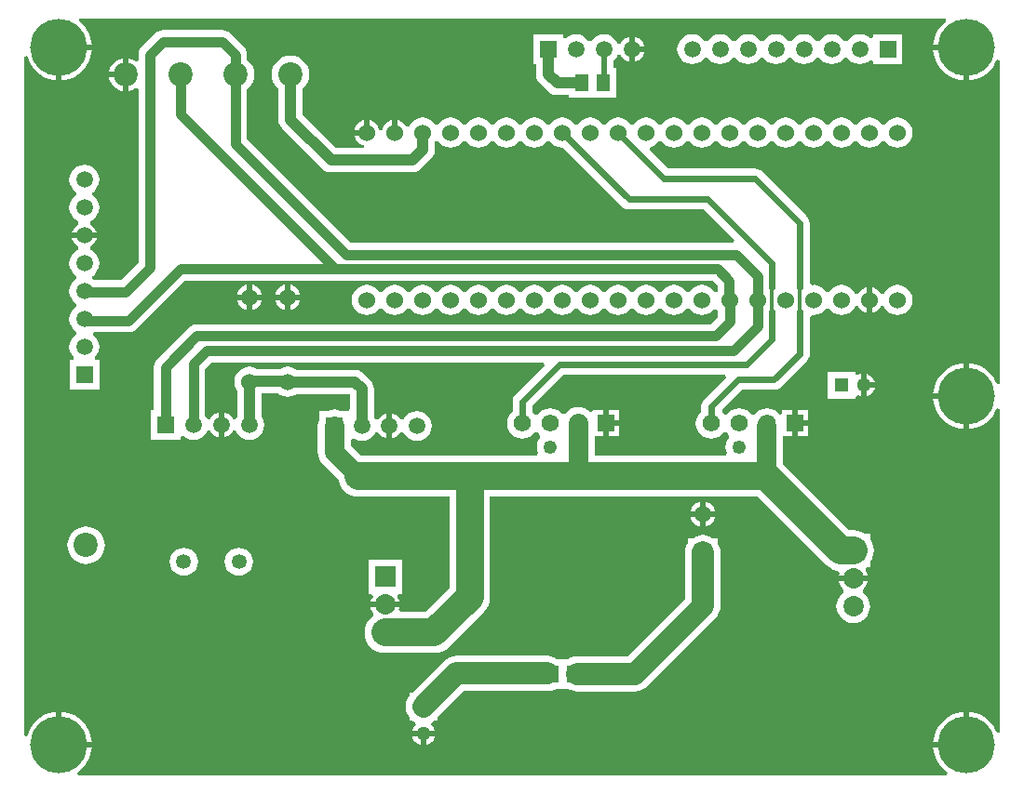
<source format=gbl>
G04*
G04 #@! TF.GenerationSoftware,Altium Limited,Altium Designer,19.1.8 (144)*
G04*
G04 Layer_Physical_Order=2*
G04 Layer_Color=16711680*
%FSLAX24Y24*%
%MOIN*%
G70*
G01*
G75*
%ADD17C,0.0197*%
%ADD19C,0.0236*%
%ADD22R,0.0512X0.0591*%
%ADD51C,0.0618*%
%ADD52R,0.0618X0.0618*%
%ADD53C,0.0492*%
%ADD54C,0.0984*%
%ADD55C,0.0787*%
%ADD58C,0.0118*%
%ADD59C,0.0394*%
%ADD62C,0.0732*%
%ADD63R,0.0732X0.0732*%
%ADD64R,0.0591X0.0591*%
%ADD65C,0.0591*%
%ADD66R,0.0591X0.0591*%
%ADD67R,0.0512X0.0512*%
%ADD68C,0.0512*%
%ADD69C,0.0394*%
%ADD70C,0.0531*%
%ADD71C,0.2047*%
%ADD72C,0.0866*%
%ADD73C,0.0600*%
%ADD74R,0.0512X0.0512*%
%ADD75C,0.0709*%
%ADD76C,0.0354*%
G36*
X43085Y37065D02*
X42961Y36960D01*
X42841Y36818D01*
X42744Y36660D01*
X42672Y36488D01*
X42629Y36307D01*
X42622Y36220D01*
X43799D01*
Y36122D01*
X43898D01*
Y34945D01*
X43985Y34952D01*
X44165Y34995D01*
X44337Y35066D01*
X44496Y35164D01*
X44637Y35284D01*
X44758Y35426D01*
X44855Y35584D01*
X44900Y35693D01*
X45000Y35673D01*
X45000Y24071D01*
X44900Y24051D01*
X44855Y24160D01*
X44758Y24318D01*
X44637Y24460D01*
X44496Y24581D01*
X44337Y24678D01*
X44165Y24749D01*
X43985Y24792D01*
X43898Y24799D01*
Y23622D01*
Y22445D01*
X43985Y22452D01*
X44165Y22495D01*
X44337Y22566D01*
X44496Y22664D01*
X44637Y22784D01*
X44758Y22926D01*
X44855Y23084D01*
X44900Y23193D01*
X45000Y23173D01*
X45000Y11571D01*
X44900Y11551D01*
X44855Y11660D01*
X44758Y11818D01*
X44637Y11960D01*
X44496Y12081D01*
X44337Y12178D01*
X44165Y12249D01*
X43985Y12292D01*
X43898Y12299D01*
Y11122D01*
X43799D01*
Y11024D01*
X42622D01*
X42629Y10937D01*
X42672Y10756D01*
X42744Y10584D01*
X42841Y10426D01*
X42961Y10284D01*
X43103Y10164D01*
X43142Y10139D01*
X43114Y10039D01*
X12004Y10039D01*
X11976Y10139D01*
X12015Y10164D01*
X12157Y10284D01*
X12277Y10426D01*
X12375Y10584D01*
X12446Y10756D01*
X12489Y10937D01*
X12496Y11024D01*
X11319D01*
Y11122D01*
X11220D01*
Y12299D01*
X11134Y12292D01*
X10953Y12249D01*
X10781Y12178D01*
X10623Y12081D01*
X10481Y11960D01*
X10360Y11818D01*
X10263Y11660D01*
X10192Y11488D01*
X10179Y11432D01*
X10079Y11444D01*
X10079Y35800D01*
X10179Y35812D01*
X10192Y35756D01*
X10263Y35584D01*
X10360Y35426D01*
X10481Y35284D01*
X10623Y35164D01*
X10781Y35066D01*
X10953Y34995D01*
X11134Y34952D01*
X11220Y34945D01*
Y36122D01*
X11319D01*
Y36220D01*
X12496D01*
X12489Y36307D01*
X12446Y36488D01*
X12375Y36660D01*
X12277Y36818D01*
X12157Y36960D01*
X12033Y37065D01*
X12053Y37165D01*
X43065Y37165D01*
X43085Y37065D01*
D02*
G37*
%LPC*%
G36*
X17165Y36746D02*
X17165Y36746D01*
X15043D01*
X15043Y36746D01*
X14935Y36731D01*
X14835Y36690D01*
X14749Y36624D01*
X14749Y36624D01*
X14282Y36157D01*
X14216Y36071D01*
X14174Y35970D01*
X14160Y35862D01*
X14160Y35862D01*
Y35674D01*
X14060Y35627D01*
X14030Y35651D01*
X13928Y35706D01*
X13817Y35739D01*
X13799Y35741D01*
Y35157D01*
Y34574D01*
X13817Y34575D01*
X13928Y34609D01*
X14030Y34664D01*
X14060Y34688D01*
X14160Y34641D01*
Y28401D01*
X13548Y27789D01*
X12567D01*
X12524Y27822D01*
X12516Y27846D01*
Y27918D01*
X12524Y27942D01*
X12603Y28003D01*
X12689Y28114D01*
X12742Y28243D01*
X12760Y28382D01*
X12742Y28521D01*
X12689Y28650D01*
X12603Y28761D01*
X12492Y28846D01*
X12434Y28870D01*
X12434Y28979D01*
X12453Y28986D01*
X12547Y29059D01*
X12620Y29154D01*
X12666Y29264D01*
X12668Y29283D01*
X12224D01*
X11781D01*
X11783Y29264D01*
X11829Y29154D01*
X11902Y29059D01*
X11996Y28986D01*
X12015Y28979D01*
X12015Y28870D01*
X11956Y28846D01*
X11845Y28761D01*
X11760Y28650D01*
X11707Y28521D01*
X11688Y28382D01*
X11707Y28243D01*
X11760Y28114D01*
X11845Y28003D01*
X11925Y27942D01*
X11933Y27918D01*
Y27846D01*
X11925Y27822D01*
X11845Y27761D01*
X11760Y27650D01*
X11707Y27521D01*
X11688Y27382D01*
X11707Y27243D01*
X11760Y27114D01*
X11845Y27003D01*
X11925Y26941D01*
X11933Y26918D01*
Y26846D01*
X11925Y26822D01*
X11845Y26761D01*
X11760Y26650D01*
X11707Y26521D01*
X11688Y26382D01*
X11707Y26243D01*
X11760Y26114D01*
X11845Y26003D01*
X11925Y25942D01*
X11933Y25918D01*
Y25846D01*
X11925Y25822D01*
X11845Y25761D01*
X11760Y25650D01*
X11707Y25521D01*
X11688Y25382D01*
X11707Y25243D01*
X11760Y25114D01*
X11837Y25013D01*
X11828Y24970D01*
X11798Y24913D01*
X11693D01*
Y23850D01*
X12756D01*
Y24913D01*
X12651D01*
X12621Y24970D01*
X12612Y25013D01*
X12689Y25114D01*
X12742Y25243D01*
X12760Y25382D01*
X12742Y25521D01*
X12689Y25650D01*
X12603Y25761D01*
X12524Y25822D01*
X12558Y25922D01*
X13809D01*
X13809Y25922D01*
X13917Y25936D01*
X14018Y25977D01*
X14104Y26044D01*
X15832Y27772D01*
X34719D01*
X34898Y27593D01*
Y27378D01*
X34886Y27373D01*
X34794D01*
X34778Y27379D01*
X34721Y27453D01*
X34609Y27539D01*
X34479Y27593D01*
X34339Y27612D01*
X34199Y27593D01*
X34068Y27539D01*
X33956Y27453D01*
X33899Y27379D01*
X33883Y27373D01*
X33794D01*
X33778Y27379D01*
X33721Y27453D01*
X33609Y27539D01*
X33479Y27593D01*
X33339Y27612D01*
X33199Y27593D01*
X33068Y27539D01*
X32956Y27453D01*
X32899Y27379D01*
X32883Y27373D01*
X32794D01*
X32778Y27379D01*
X32721Y27453D01*
X32609Y27539D01*
X32479Y27593D01*
X32339Y27612D01*
X32199Y27593D01*
X32068Y27539D01*
X31956Y27453D01*
X31899Y27379D01*
X31883Y27373D01*
X31794D01*
X31778Y27379D01*
X31721Y27453D01*
X31609Y27539D01*
X31479Y27593D01*
X31339Y27612D01*
X31199Y27593D01*
X31068Y27539D01*
X30956Y27453D01*
X30899Y27379D01*
X30883Y27373D01*
X30794D01*
X30778Y27379D01*
X30721Y27453D01*
X30609Y27539D01*
X30479Y27593D01*
X30339Y27612D01*
X30199Y27593D01*
X30068Y27539D01*
X29956Y27453D01*
X29899Y27379D01*
X29883Y27373D01*
X29794D01*
X29778Y27379D01*
X29721Y27453D01*
X29609Y27539D01*
X29479Y27593D01*
X29339Y27612D01*
X29199Y27593D01*
X29068Y27539D01*
X28956Y27453D01*
X28899Y27379D01*
X28883Y27373D01*
X28794D01*
X28778Y27379D01*
X28721Y27453D01*
X28609Y27539D01*
X28479Y27593D01*
X28339Y27612D01*
X28199Y27593D01*
X28068Y27539D01*
X27956Y27453D01*
X27899Y27379D01*
X27883Y27373D01*
X27794D01*
X27778Y27379D01*
X27721Y27453D01*
X27609Y27539D01*
X27479Y27593D01*
X27339Y27612D01*
X27199Y27593D01*
X27068Y27539D01*
X26956Y27453D01*
X26899Y27379D01*
X26883Y27373D01*
X26794D01*
X26778Y27379D01*
X26721Y27453D01*
X26609Y27539D01*
X26479Y27593D01*
X26339Y27612D01*
X26199Y27593D01*
X26068Y27539D01*
X25956Y27453D01*
X25899Y27379D01*
X25883Y27373D01*
X25794D01*
X25778Y27379D01*
X25721Y27453D01*
X25609Y27539D01*
X25479Y27593D01*
X25339Y27612D01*
X25199Y27593D01*
X25068Y27539D01*
X24956Y27453D01*
X24899Y27379D01*
X24883Y27373D01*
X24794D01*
X24778Y27379D01*
X24721Y27453D01*
X24609Y27539D01*
X24479Y27593D01*
X24339Y27612D01*
X24199Y27593D01*
X24068Y27539D01*
X23956Y27453D01*
X23899Y27379D01*
X23883Y27373D01*
X23794D01*
X23778Y27379D01*
X23721Y27453D01*
X23609Y27539D01*
X23479Y27593D01*
X23339Y27612D01*
X23199Y27593D01*
X23068Y27539D01*
X22956Y27453D01*
X22899Y27379D01*
X22883Y27373D01*
X22794D01*
X22778Y27379D01*
X22721Y27453D01*
X22609Y27539D01*
X22479Y27593D01*
X22339Y27612D01*
X22199Y27593D01*
X22068Y27539D01*
X21956Y27453D01*
X21870Y27341D01*
X21816Y27211D01*
X21798Y27071D01*
X21816Y26931D01*
X21870Y26800D01*
X21956Y26688D01*
X22068Y26602D01*
X22199Y26548D01*
X22339Y26530D01*
X22479Y26548D01*
X22609Y26602D01*
X22721Y26688D01*
X22778Y26762D01*
X22794Y26769D01*
X22883D01*
X22899Y26762D01*
X22956Y26688D01*
X23068Y26602D01*
X23199Y26548D01*
X23339Y26530D01*
X23479Y26548D01*
X23609Y26602D01*
X23721Y26688D01*
X23778Y26762D01*
X23794Y26769D01*
X23883D01*
X23899Y26762D01*
X23956Y26688D01*
X24068Y26602D01*
X24199Y26548D01*
X24339Y26530D01*
X24479Y26548D01*
X24609Y26602D01*
X24721Y26688D01*
X24778Y26762D01*
X24794Y26769D01*
X24883D01*
X24899Y26762D01*
X24956Y26688D01*
X25068Y26602D01*
X25199Y26548D01*
X25339Y26530D01*
X25479Y26548D01*
X25609Y26602D01*
X25721Y26688D01*
X25778Y26762D01*
X25794Y26769D01*
X25883D01*
X25899Y26762D01*
X25956Y26688D01*
X26068Y26602D01*
X26199Y26548D01*
X26339Y26530D01*
X26479Y26548D01*
X26609Y26602D01*
X26721Y26688D01*
X26778Y26762D01*
X26794Y26769D01*
X26883D01*
X26899Y26762D01*
X26956Y26688D01*
X27068Y26602D01*
X27199Y26548D01*
X27339Y26530D01*
X27479Y26548D01*
X27609Y26602D01*
X27721Y26688D01*
X27778Y26762D01*
X27794Y26769D01*
X27883D01*
X27899Y26762D01*
X27956Y26688D01*
X28068Y26602D01*
X28199Y26548D01*
X28339Y26530D01*
X28479Y26548D01*
X28609Y26602D01*
X28721Y26688D01*
X28778Y26762D01*
X28794Y26769D01*
X28883D01*
X28899Y26762D01*
X28956Y26688D01*
X29068Y26602D01*
X29199Y26548D01*
X29339Y26530D01*
X29479Y26548D01*
X29609Y26602D01*
X29721Y26688D01*
X29778Y26762D01*
X29794Y26769D01*
X29883D01*
X29899Y26762D01*
X29956Y26688D01*
X30068Y26602D01*
X30199Y26548D01*
X30339Y26530D01*
X30479Y26548D01*
X30609Y26602D01*
X30721Y26688D01*
X30778Y26762D01*
X30794Y26769D01*
X30883D01*
X30899Y26762D01*
X30956Y26688D01*
X31068Y26602D01*
X31199Y26548D01*
X31339Y26530D01*
X31479Y26548D01*
X31609Y26602D01*
X31721Y26688D01*
X31778Y26762D01*
X31794Y26769D01*
X31883D01*
X31899Y26762D01*
X31956Y26688D01*
X32068Y26602D01*
X32199Y26548D01*
X32339Y26530D01*
X32479Y26548D01*
X32609Y26602D01*
X32721Y26688D01*
X32778Y26762D01*
X32794Y26769D01*
X32883D01*
X32899Y26762D01*
X32956Y26688D01*
X33068Y26602D01*
X33199Y26548D01*
X33339Y26530D01*
X33479Y26548D01*
X33609Y26602D01*
X33721Y26688D01*
X33778Y26762D01*
X33794Y26769D01*
X33883D01*
X33899Y26762D01*
X33956Y26688D01*
X34068Y26602D01*
X34199Y26548D01*
X34339Y26530D01*
X34479Y26548D01*
X34609Y26602D01*
X34721Y26688D01*
X34753Y26730D01*
X34867Y26739D01*
X34922Y26685D01*
Y26456D01*
X34660Y26195D01*
X16250D01*
X16250Y26195D01*
X16142Y26180D01*
X16042Y26139D01*
X15955Y26072D01*
X15955Y26072D01*
X14841Y24958D01*
X14775Y24872D01*
X14733Y24771D01*
X14719Y24663D01*
X14719Y24663D01*
Y23120D01*
X14604D01*
Y22057D01*
X15667D01*
Y22162D01*
X15724Y22192D01*
X15767Y22201D01*
X15868Y22124D01*
X15997Y22071D01*
X16136Y22053D01*
X16275Y22071D01*
X16404Y22124D01*
X16515Y22210D01*
X16600Y22321D01*
X16624Y22379D01*
X16733D01*
X16740Y22360D01*
X16813Y22266D01*
X16908Y22193D01*
X17018Y22147D01*
X17037Y22145D01*
Y22589D01*
Y23032D01*
X17018Y23030D01*
X16908Y22984D01*
X16813Y22911D01*
X16740Y22817D01*
X16733Y22798D01*
X16624D01*
X16600Y22857D01*
X16553Y22918D01*
Y24605D01*
X16782Y24834D01*
X28676D01*
X28715Y24742D01*
X27661Y23688D01*
X27604Y23614D01*
X27568Y23528D01*
X27556Y23435D01*
Y23062D01*
X27521Y23035D01*
X27433Y22921D01*
X27378Y22788D01*
X27359Y22646D01*
X27378Y22503D01*
X27433Y22371D01*
X27521Y22257D01*
X27634Y22169D01*
X27767Y22114D01*
X27909Y22096D01*
X28052Y22114D01*
X28184Y22169D01*
X28298Y22257D01*
X28350Y22324D01*
X28351Y22324D01*
X28468D01*
X28469Y22324D01*
X28521Y22257D01*
X28548Y22236D01*
X28545Y22112D01*
X28488Y22039D01*
X28440Y21921D01*
X28423Y21795D01*
X28440Y21669D01*
X28477Y21580D01*
X28430Y21480D01*
X22155D01*
X21775Y21860D01*
Y22063D01*
X21875Y22112D01*
X21897Y22095D01*
X22027Y22041D01*
X22165Y22023D01*
X22304Y22041D01*
X22433Y22095D01*
X22544Y22180D01*
X22630Y22291D01*
X22646Y22331D01*
X22754Y22331D01*
X22827Y22236D01*
X22921Y22164D01*
X23031Y22118D01*
X23051Y22115D01*
Y22559D01*
Y23003D01*
X23031Y23000D01*
X22921Y22955D01*
X22827Y22882D01*
X22754Y22787D01*
X22646Y22788D01*
X22630Y22827D01*
X22602Y22863D01*
Y23878D01*
X22587Y23991D01*
X22544Y24096D01*
X22474Y24187D01*
X22228Y24433D01*
X22138Y24502D01*
X22032Y24546D01*
X21919Y24561D01*
X19843D01*
X19778Y24610D01*
X19648Y24664D01*
X19508Y24683D01*
X19368Y24664D01*
X19237Y24610D01*
X19209Y24588D01*
X18439D01*
X18410Y24610D01*
X18280Y24664D01*
X18140Y24683D01*
X18000Y24664D01*
X17869Y24610D01*
X17757Y24524D01*
X17671Y24412D01*
X17617Y24282D01*
X17599Y24142D01*
X17617Y24002D01*
X17671Y23871D01*
X17701Y23833D01*
Y22895D01*
X17672Y22857D01*
X17647Y22798D01*
X17539D01*
X17531Y22817D01*
X17459Y22911D01*
X17364Y22984D01*
X17254Y23030D01*
X17234Y23032D01*
Y22589D01*
Y22145D01*
X17254Y22147D01*
X17364Y22193D01*
X17459Y22266D01*
X17531Y22360D01*
X17539Y22379D01*
X17647D01*
X17672Y22321D01*
X17757Y22210D01*
X17868Y22124D01*
X17997Y22071D01*
X18136Y22053D01*
X18275Y22071D01*
X18404Y22124D01*
X18515Y22210D01*
X18600Y22321D01*
X18654Y22450D01*
X18672Y22589D01*
X18654Y22727D01*
X18600Y22857D01*
X18575Y22890D01*
Y23715D01*
X19183D01*
X19237Y23673D01*
X19368Y23619D01*
X19508Y23601D01*
X19648Y23619D01*
X19778Y23673D01*
X19796Y23687D01*
X21729D01*
Y23184D01*
X21713Y23091D01*
X21440D01*
X21408Y23107D01*
X21297Y23141D01*
X21181Y23152D01*
X21065Y23141D01*
X20954Y23107D01*
X20923Y23091D01*
X20650D01*
Y22817D01*
X20633Y22786D01*
X20599Y22675D01*
X20588Y22559D01*
Y21614D01*
X20599Y21498D01*
X20633Y21387D01*
X20688Y21284D01*
X20761Y21195D01*
X21327Y20629D01*
X21329Y20605D01*
X21371Y20468D01*
X21439Y20341D01*
X21530Y20231D01*
X21641Y20140D01*
X21767Y20072D01*
X21904Y20030D01*
X22047Y20016D01*
X25292D01*
Y16720D01*
X24449Y15878D01*
X23556D01*
X23489Y15978D01*
X23502Y16009D01*
X23507Y16047D01*
X22992D01*
X22477D01*
X22482Y16009D01*
X22535Y15882D01*
X22557Y15852D01*
X22586Y15754D01*
X22543Y15719D01*
X22475Y15663D01*
X22384Y15552D01*
X22316Y15426D01*
X22274Y15288D01*
X22260Y15146D01*
X22274Y15003D01*
X22316Y14866D01*
X22384Y14739D01*
X22475Y14628D01*
X22586Y14537D01*
X22712Y14470D01*
X22849Y14428D01*
X22992Y14414D01*
X24752D01*
X24895Y14428D01*
X25032Y14470D01*
X25159Y14537D01*
X25269Y14628D01*
X26541Y15900D01*
X26632Y16011D01*
X26700Y16137D01*
X26741Y16275D01*
X26755Y16417D01*
Y20016D01*
X36350D01*
X38797Y17569D01*
X38908Y17478D01*
X39035Y17410D01*
X39172Y17369D01*
X39201Y17366D01*
X39265Y17259D01*
X39250Y17223D01*
X39245Y17185D01*
X39760D01*
X40275D01*
X40270Y17223D01*
X40217Y17351D01*
X40195Y17380D01*
X40193Y17387D01*
X40241Y17484D01*
X40362D01*
Y17672D01*
X40368Y17680D01*
X40436Y17807D01*
X40478Y17944D01*
X40492Y18087D01*
X40478Y18229D01*
X40436Y18367D01*
X40368Y18493D01*
X40362Y18501D01*
Y18689D01*
X40174D01*
X40166Y18695D01*
X40040Y18763D01*
X39903Y18804D01*
X39760Y18818D01*
X39618D01*
X37247Y21190D01*
Y22179D01*
X37571D01*
Y22646D01*
Y23112D01*
X37203D01*
Y23010D01*
X37103Y22976D01*
X37058Y23035D01*
X36944Y23122D01*
X36812Y23177D01*
X36669Y23196D01*
X36527Y23177D01*
X36394Y23122D01*
X36280Y23035D01*
X36239Y22981D01*
X36234Y22977D01*
X36228Y22970D01*
X36104Y22975D01*
X36058Y23035D01*
X35944Y23122D01*
X35812Y23177D01*
X35669Y23196D01*
X35527Y23177D01*
X35394Y23122D01*
X35280Y23035D01*
X35229Y22968D01*
X35228Y22967D01*
X35128D01*
X35059Y23046D01*
X35066Y23144D01*
X35778Y23855D01*
X36915D01*
X37007Y23867D01*
X37094Y23903D01*
X37168Y23960D01*
X38097Y24889D01*
X38154Y24963D01*
X38190Y25050D01*
X38202Y25142D01*
Y26472D01*
X38277Y26538D01*
X38339Y26530D01*
X38479Y26548D01*
X38609Y26602D01*
X38721Y26688D01*
X38778Y26762D01*
X38794Y26769D01*
X38883D01*
X38899Y26762D01*
X38956Y26688D01*
X39068Y26602D01*
X39199Y26548D01*
X39339Y26530D01*
X39479Y26548D01*
X39609Y26602D01*
X39721Y26688D01*
X39807Y26800D01*
X39827Y26849D01*
X39935Y26849D01*
X39939Y26840D01*
X40012Y26745D01*
X40108Y26671D01*
X40219Y26625D01*
X40240Y26622D01*
Y27071D01*
Y27519D01*
X40219Y27517D01*
X40108Y27470D01*
X40012Y27397D01*
X39939Y27302D01*
X39935Y27293D01*
X39827Y27293D01*
X39807Y27341D01*
X39721Y27453D01*
X39609Y27539D01*
X39479Y27593D01*
X39339Y27612D01*
X39199Y27593D01*
X39068Y27539D01*
X38956Y27453D01*
X38899Y27379D01*
X38883Y27373D01*
X38794D01*
X38778Y27379D01*
X38721Y27453D01*
X38609Y27539D01*
X38479Y27593D01*
X38339Y27612D01*
X38292Y27606D01*
X38192Y27693D01*
Y29843D01*
X38192Y29843D01*
X38180Y29935D01*
X38144Y30021D01*
X38087Y30095D01*
X36500Y31683D01*
X36426Y31740D01*
X36339Y31775D01*
X36247Y31788D01*
X33127D01*
X32459Y32456D01*
X32499Y32557D01*
X32609Y32602D01*
X32721Y32688D01*
X32778Y32762D01*
X32794Y32769D01*
X32883D01*
X32899Y32762D01*
X32956Y32688D01*
X33068Y32602D01*
X33199Y32548D01*
X33339Y32530D01*
X33479Y32548D01*
X33609Y32602D01*
X33721Y32688D01*
X33778Y32762D01*
X33794Y32769D01*
X33883D01*
X33899Y32762D01*
X33956Y32688D01*
X34068Y32602D01*
X34199Y32548D01*
X34339Y32530D01*
X34479Y32548D01*
X34609Y32602D01*
X34721Y32688D01*
X34778Y32762D01*
X34794Y32769D01*
X34883D01*
X34899Y32762D01*
X34956Y32688D01*
X35068Y32602D01*
X35199Y32548D01*
X35339Y32530D01*
X35479Y32548D01*
X35609Y32602D01*
X35721Y32688D01*
X35778Y32762D01*
X35794Y32769D01*
X35883D01*
X35899Y32762D01*
X35956Y32688D01*
X36068Y32602D01*
X36199Y32548D01*
X36339Y32530D01*
X36479Y32548D01*
X36609Y32602D01*
X36721Y32688D01*
X36778Y32762D01*
X36794Y32769D01*
X36883D01*
X36899Y32762D01*
X36956Y32688D01*
X37068Y32602D01*
X37199Y32548D01*
X37339Y32530D01*
X37479Y32548D01*
X37609Y32602D01*
X37721Y32688D01*
X37778Y32762D01*
X37794Y32769D01*
X37883D01*
X37899Y32762D01*
X37956Y32688D01*
X38068Y32602D01*
X38199Y32548D01*
X38339Y32530D01*
X38479Y32548D01*
X38609Y32602D01*
X38721Y32688D01*
X38778Y32762D01*
X38794Y32769D01*
X38883D01*
X38899Y32762D01*
X38956Y32688D01*
X39068Y32602D01*
X39199Y32548D01*
X39339Y32530D01*
X39479Y32548D01*
X39609Y32602D01*
X39721Y32688D01*
X39778Y32762D01*
X39794Y32769D01*
X39883D01*
X39899Y32762D01*
X39956Y32688D01*
X40068Y32602D01*
X40199Y32548D01*
X40339Y32530D01*
X40479Y32548D01*
X40609Y32602D01*
X40721Y32688D01*
X40778Y32762D01*
X40794Y32769D01*
X40883D01*
X40899Y32762D01*
X40956Y32688D01*
X41068Y32602D01*
X41199Y32548D01*
X41339Y32530D01*
X41479Y32548D01*
X41609Y32602D01*
X41721Y32688D01*
X41807Y32800D01*
X41861Y32931D01*
X41879Y33071D01*
X41861Y33211D01*
X41807Y33341D01*
X41721Y33453D01*
X41609Y33539D01*
X41479Y33593D01*
X41339Y33612D01*
X41199Y33593D01*
X41068Y33539D01*
X40956Y33453D01*
X40899Y33379D01*
X40883Y33373D01*
X40794D01*
X40778Y33379D01*
X40721Y33453D01*
X40609Y33539D01*
X40479Y33593D01*
X40339Y33612D01*
X40199Y33593D01*
X40068Y33539D01*
X39956Y33453D01*
X39899Y33379D01*
X39883Y33373D01*
X39794D01*
X39778Y33379D01*
X39721Y33453D01*
X39609Y33539D01*
X39479Y33593D01*
X39339Y33612D01*
X39199Y33593D01*
X39068Y33539D01*
X38956Y33453D01*
X38899Y33379D01*
X38883Y33373D01*
X38794D01*
X38778Y33379D01*
X38721Y33453D01*
X38609Y33539D01*
X38479Y33593D01*
X38339Y33612D01*
X38199Y33593D01*
X38068Y33539D01*
X37956Y33453D01*
X37899Y33379D01*
X37883Y33373D01*
X37794D01*
X37778Y33379D01*
X37721Y33453D01*
X37609Y33539D01*
X37479Y33593D01*
X37339Y33612D01*
X37199Y33593D01*
X37068Y33539D01*
X36956Y33453D01*
X36899Y33379D01*
X36883Y33373D01*
X36794D01*
X36778Y33379D01*
X36721Y33453D01*
X36609Y33539D01*
X36479Y33593D01*
X36339Y33612D01*
X36199Y33593D01*
X36068Y33539D01*
X35956Y33453D01*
X35899Y33379D01*
X35883Y33373D01*
X35794D01*
X35778Y33379D01*
X35721Y33453D01*
X35609Y33539D01*
X35479Y33593D01*
X35339Y33612D01*
X35199Y33593D01*
X35068Y33539D01*
X34956Y33453D01*
X34899Y33379D01*
X34883Y33373D01*
X34794D01*
X34778Y33379D01*
X34721Y33453D01*
X34609Y33539D01*
X34479Y33593D01*
X34339Y33612D01*
X34199Y33593D01*
X34068Y33539D01*
X33956Y33453D01*
X33899Y33379D01*
X33883Y33373D01*
X33794D01*
X33778Y33379D01*
X33721Y33453D01*
X33609Y33539D01*
X33479Y33593D01*
X33339Y33612D01*
X33199Y33593D01*
X33068Y33539D01*
X32956Y33453D01*
X32899Y33379D01*
X32883Y33373D01*
X32794D01*
X32778Y33379D01*
X32721Y33453D01*
X32609Y33539D01*
X32479Y33593D01*
X32339Y33612D01*
X32199Y33593D01*
X32068Y33539D01*
X31956Y33453D01*
X31899Y33379D01*
X31883Y33373D01*
X31794D01*
X31778Y33379D01*
X31721Y33453D01*
X31609Y33539D01*
X31479Y33593D01*
X31339Y33612D01*
X31199Y33593D01*
X31068Y33539D01*
X30956Y33453D01*
X30899Y33379D01*
X30883Y33373D01*
X30794D01*
X30778Y33379D01*
X30721Y33453D01*
X30609Y33539D01*
X30479Y33593D01*
X30339Y33612D01*
X30199Y33593D01*
X30068Y33539D01*
X29956Y33453D01*
X29899Y33379D01*
X29883Y33373D01*
X29794D01*
X29778Y33379D01*
X29721Y33453D01*
X29609Y33539D01*
X29479Y33593D01*
X29339Y33612D01*
X29199Y33593D01*
X29068Y33539D01*
X28956Y33453D01*
X28899Y33379D01*
X28883Y33373D01*
X28794D01*
X28778Y33379D01*
X28721Y33453D01*
X28609Y33539D01*
X28479Y33593D01*
X28339Y33612D01*
X28199Y33593D01*
X28068Y33539D01*
X27956Y33453D01*
X27899Y33379D01*
X27883Y33373D01*
X27794D01*
X27778Y33379D01*
X27721Y33453D01*
X27609Y33539D01*
X27479Y33593D01*
X27339Y33612D01*
X27199Y33593D01*
X27068Y33539D01*
X26956Y33453D01*
X26899Y33379D01*
X26883Y33373D01*
X26794D01*
X26778Y33379D01*
X26721Y33453D01*
X26609Y33539D01*
X26479Y33593D01*
X26339Y33612D01*
X26199Y33593D01*
X26068Y33539D01*
X25956Y33453D01*
X25899Y33379D01*
X25883Y33373D01*
X25794D01*
X25778Y33379D01*
X25721Y33453D01*
X25609Y33539D01*
X25479Y33593D01*
X25339Y33612D01*
X25199Y33593D01*
X25068Y33539D01*
X24956Y33453D01*
X24899Y33379D01*
X24883Y33373D01*
X24794D01*
X24778Y33379D01*
X24721Y33453D01*
X24609Y33539D01*
X24479Y33593D01*
X24339Y33612D01*
X24199Y33593D01*
X24068Y33539D01*
X23956Y33453D01*
X23870Y33341D01*
X23850Y33293D01*
X23742Y33293D01*
X23738Y33302D01*
X23665Y33397D01*
X23569Y33470D01*
X23458Y33517D01*
X23437Y33519D01*
Y33071D01*
X23240D01*
Y33519D01*
X23219Y33517D01*
X23108Y33470D01*
X23012Y33397D01*
X22939Y33302D01*
X22893Y33190D01*
X22889Y33161D01*
X22788D01*
X22784Y33190D01*
X22738Y33302D01*
X22665Y33397D01*
X22569Y33470D01*
X22458Y33517D01*
X22437Y33519D01*
Y33071D01*
X22339D01*
Y32972D01*
X21890D01*
X21893Y32951D01*
X21939Y32840D01*
X22012Y32745D01*
X22108Y32671D01*
X22219Y32625D01*
X22232Y32623D01*
X22226Y32523D01*
X21244D01*
X20043Y33724D01*
Y34650D01*
X20082Y34682D01*
X20165Y34784D01*
X20228Y34900D01*
X20266Y35026D01*
X20279Y35157D01*
X20266Y35289D01*
X20228Y35415D01*
X20165Y35531D01*
X20082Y35633D01*
X19980Y35717D01*
X19864Y35779D01*
X19737Y35817D01*
X19606Y35830D01*
X19475Y35817D01*
X19349Y35779D01*
X19233Y35717D01*
X19131Y35633D01*
X19047Y35531D01*
X18985Y35415D01*
X18947Y35289D01*
X18934Y35157D01*
X18947Y35026D01*
X18985Y34900D01*
X19047Y34784D01*
X19131Y34682D01*
X19169Y34650D01*
Y33543D01*
X19184Y33430D01*
X19228Y33325D01*
X19297Y33234D01*
X20754Y31778D01*
X20845Y31708D01*
X20950Y31665D01*
X21063Y31650D01*
X23976D01*
X24089Y31665D01*
X24195Y31708D01*
X24285Y31778D01*
X24647Y32140D01*
X24717Y32230D01*
X24761Y32336D01*
X24775Y32449D01*
Y32759D01*
X24778Y32762D01*
X24794Y32769D01*
X24883D01*
X24899Y32762D01*
X24956Y32688D01*
X25068Y32602D01*
X25199Y32548D01*
X25339Y32530D01*
X25479Y32548D01*
X25609Y32602D01*
X25721Y32688D01*
X25778Y32762D01*
X25794Y32769D01*
X25883D01*
X25899Y32762D01*
X25956Y32688D01*
X26068Y32602D01*
X26199Y32548D01*
X26339Y32530D01*
X26479Y32548D01*
X26609Y32602D01*
X26721Y32688D01*
X26778Y32762D01*
X26794Y32769D01*
X26883D01*
X26899Y32762D01*
X26956Y32688D01*
X27068Y32602D01*
X27199Y32548D01*
X27339Y32530D01*
X27479Y32548D01*
X27609Y32602D01*
X27721Y32688D01*
X27778Y32762D01*
X27794Y32769D01*
X27883D01*
X27899Y32762D01*
X27956Y32688D01*
X28068Y32602D01*
X28199Y32548D01*
X28339Y32530D01*
X28479Y32548D01*
X28609Y32602D01*
X28721Y32688D01*
X28778Y32762D01*
X28794Y32769D01*
X28883D01*
X28899Y32762D01*
X28956Y32688D01*
X29068Y32602D01*
X29199Y32548D01*
X29339Y32530D01*
X29370Y32534D01*
X31474Y30430D01*
X31549Y30373D01*
X31635Y30337D01*
X31727Y30325D01*
X34406D01*
X35513Y29218D01*
X35472Y29118D01*
X21787D01*
X18334Y32570D01*
X18334Y32570D01*
X18055Y32850D01*
Y34634D01*
X18113Y34682D01*
X18197Y34784D01*
X18259Y34900D01*
X18297Y35026D01*
X18310Y35157D01*
X18297Y35289D01*
X18259Y35415D01*
X18197Y35531D01*
X18113Y35633D01*
X18055Y35681D01*
Y35856D01*
X18041Y35964D01*
X17999Y36065D01*
X17933Y36151D01*
X17933Y36151D01*
X17460Y36624D01*
X17374Y36690D01*
X17273Y36731D01*
X17165Y36746D01*
D02*
G37*
G36*
X30833Y36599D02*
X30694Y36581D01*
X30565Y36527D01*
X30454Y36442D01*
X30392Y36362D01*
X30368Y36354D01*
X30297D01*
X30273Y36362D01*
X30212Y36442D01*
X30101Y36527D01*
X29971Y36581D01*
X29833Y36599D01*
X29694Y36581D01*
X29565Y36527D01*
X29464Y36450D01*
X29421Y36460D01*
X29364Y36490D01*
Y36594D01*
X28301D01*
Y35531D01*
X28396D01*
Y35177D01*
X28411Y35064D01*
X28454Y34959D01*
X28524Y34868D01*
X28849Y34543D01*
X28939Y34474D01*
X29044Y34430D01*
X29157Y34416D01*
X29557D01*
Y34321D01*
X31289D01*
Y35384D01*
X31170D01*
Y35652D01*
X31212Y35684D01*
X31297Y35795D01*
X31321Y35853D01*
X31429Y35853D01*
X31437Y35835D01*
X31510Y35740D01*
X31604Y35668D01*
X31714Y35622D01*
X31734Y35619D01*
Y36063D01*
Y36507D01*
X31714Y36504D01*
X31604Y36458D01*
X31510Y36386D01*
X31437Y36291D01*
X31429Y36273D01*
X31321Y36273D01*
X31297Y36331D01*
X31212Y36442D01*
X31101Y36527D01*
X30971Y36581D01*
X30833Y36599D01*
D02*
G37*
G36*
X39990Y36599D02*
X39851Y36581D01*
X39722Y36527D01*
X39611Y36442D01*
X39550Y36362D01*
X39526Y36354D01*
X39454D01*
X39431Y36362D01*
X39369Y36442D01*
X39258Y36527D01*
X39129Y36581D01*
X38990Y36599D01*
X38851Y36581D01*
X38722Y36527D01*
X38611Y36442D01*
X38550Y36362D01*
X38526Y36354D01*
X38454D01*
X38431Y36362D01*
X38369Y36442D01*
X38258Y36527D01*
X38129Y36581D01*
X37990Y36599D01*
X37851Y36581D01*
X37722Y36527D01*
X37611Y36442D01*
X37550Y36362D01*
X37526Y36354D01*
X37454D01*
X37431Y36362D01*
X37369Y36442D01*
X37258Y36527D01*
X37129Y36581D01*
X36990Y36599D01*
X36851Y36581D01*
X36722Y36527D01*
X36611Y36442D01*
X36550Y36362D01*
X36526Y36354D01*
X36454D01*
X36431Y36362D01*
X36369Y36442D01*
X36258Y36527D01*
X36129Y36581D01*
X35990Y36599D01*
X35851Y36581D01*
X35722Y36527D01*
X35611Y36442D01*
X35550Y36362D01*
X35526Y36354D01*
X35454D01*
X35431Y36362D01*
X35369Y36442D01*
X35258Y36527D01*
X35129Y36581D01*
X34990Y36599D01*
X34851Y36581D01*
X34722Y36527D01*
X34611Y36442D01*
X34550Y36362D01*
X34526Y36354D01*
X34454D01*
X34431Y36362D01*
X34369Y36442D01*
X34258Y36527D01*
X34129Y36581D01*
X33990Y36599D01*
X33851Y36581D01*
X33722Y36527D01*
X33611Y36442D01*
X33526Y36331D01*
X33472Y36202D01*
X33454Y36063D01*
X33472Y35924D01*
X33526Y35795D01*
X33611Y35684D01*
X33722Y35599D01*
X33851Y35545D01*
X33990Y35527D01*
X34129Y35545D01*
X34258Y35599D01*
X34369Y35684D01*
X34431Y35764D01*
X34454Y35772D01*
X34526D01*
X34550Y35764D01*
X34611Y35684D01*
X34722Y35599D01*
X34851Y35545D01*
X34990Y35527D01*
X35129Y35545D01*
X35258Y35599D01*
X35369Y35684D01*
X35431Y35764D01*
X35454Y35772D01*
X35526D01*
X35550Y35764D01*
X35611Y35684D01*
X35722Y35599D01*
X35851Y35545D01*
X35990Y35527D01*
X36129Y35545D01*
X36258Y35599D01*
X36369Y35684D01*
X36431Y35764D01*
X36454Y35772D01*
X36526D01*
X36550Y35764D01*
X36611Y35684D01*
X36722Y35599D01*
X36851Y35545D01*
X36990Y35527D01*
X37129Y35545D01*
X37258Y35599D01*
X37369Y35684D01*
X37431Y35764D01*
X37454Y35772D01*
X37526D01*
X37550Y35764D01*
X37611Y35684D01*
X37722Y35599D01*
X37851Y35545D01*
X37990Y35527D01*
X38129Y35545D01*
X38258Y35599D01*
X38369Y35684D01*
X38431Y35764D01*
X38454Y35772D01*
X38526D01*
X38550Y35764D01*
X38611Y35684D01*
X38722Y35599D01*
X38851Y35545D01*
X38990Y35527D01*
X39129Y35545D01*
X39258Y35599D01*
X39369Y35684D01*
X39431Y35764D01*
X39454Y35772D01*
X39526D01*
X39550Y35764D01*
X39611Y35684D01*
X39722Y35599D01*
X39851Y35545D01*
X39990Y35527D01*
X40129Y35545D01*
X40258Y35599D01*
X40359Y35676D01*
X40402Y35666D01*
X40459Y35636D01*
Y35531D01*
X41522D01*
Y36594D01*
X40459D01*
Y36490D01*
X40402Y36460D01*
X40359Y36450D01*
X40258Y36527D01*
X40129Y36581D01*
X39990Y36599D01*
D02*
G37*
G36*
X31931Y36507D02*
Y36161D01*
X32276D01*
X32274Y36181D01*
X32228Y36291D01*
X32156Y36386D01*
X32061Y36458D01*
X31951Y36504D01*
X31931Y36507D01*
D02*
G37*
G36*
X32276Y35965D02*
X31931D01*
Y35619D01*
X31951Y35622D01*
X32061Y35668D01*
X32156Y35740D01*
X32228Y35835D01*
X32274Y35945D01*
X32276Y35965D01*
D02*
G37*
G36*
X13602Y35741D02*
X13585Y35739D01*
X13474Y35706D01*
X13371Y35651D01*
X13281Y35577D01*
X13207Y35487D01*
X13153Y35385D01*
X13119Y35273D01*
X13117Y35256D01*
X13602D01*
Y35741D01*
D02*
G37*
G36*
X43701Y36024D02*
X42622D01*
X42629Y35937D01*
X42672Y35756D01*
X42744Y35584D01*
X42841Y35426D01*
X42961Y35284D01*
X43103Y35164D01*
X43261Y35066D01*
X43433Y34995D01*
X43614Y34952D01*
X43701Y34945D01*
Y36024D01*
D02*
G37*
G36*
X12496D02*
X11417D01*
Y34945D01*
X11504Y34952D01*
X11685Y34995D01*
X11857Y35066D01*
X12015Y35164D01*
X12157Y35284D01*
X12277Y35426D01*
X12375Y35584D01*
X12446Y35756D01*
X12489Y35937D01*
X12496Y36024D01*
D02*
G37*
G36*
X13602Y35059D02*
X13117D01*
X13119Y35042D01*
X13153Y34930D01*
X13207Y34828D01*
X13281Y34738D01*
X13371Y34664D01*
X13474Y34609D01*
X13585Y34575D01*
X13602Y34574D01*
Y35059D01*
D02*
G37*
G36*
X22240Y33519D02*
X22219Y33517D01*
X22108Y33470D01*
X22012Y33397D01*
X21939Y33302D01*
X21893Y33190D01*
X21890Y33169D01*
X22240D01*
Y33519D01*
D02*
G37*
G36*
X12224Y31918D02*
X12086Y31900D01*
X11956Y31846D01*
X11845Y31761D01*
X11760Y31650D01*
X11707Y31521D01*
X11688Y31382D01*
X11707Y31243D01*
X11760Y31114D01*
X11845Y31003D01*
X11925Y30942D01*
X11933Y30918D01*
Y30846D01*
X11925Y30822D01*
X11845Y30761D01*
X11760Y30650D01*
X11707Y30521D01*
X11688Y30382D01*
X11707Y30243D01*
X11760Y30114D01*
X11845Y30003D01*
X11956Y29918D01*
X12015Y29893D01*
X12015Y29785D01*
X11996Y29777D01*
X11902Y29705D01*
X11829Y29610D01*
X11783Y29500D01*
X11781Y29480D01*
X12224D01*
X12668D01*
X12666Y29500D01*
X12620Y29610D01*
X12547Y29705D01*
X12453Y29777D01*
X12434Y29785D01*
X12434Y29893D01*
X12492Y29918D01*
X12603Y30003D01*
X12689Y30114D01*
X12742Y30243D01*
X12760Y30382D01*
X12742Y30521D01*
X12689Y30650D01*
X12603Y30761D01*
X12524Y30822D01*
X12516Y30846D01*
Y30918D01*
X12524Y30942D01*
X12603Y31003D01*
X12689Y31114D01*
X12742Y31243D01*
X12760Y31382D01*
X12742Y31521D01*
X12689Y31650D01*
X12603Y31761D01*
X12492Y31846D01*
X12363Y31900D01*
X12224Y31918D01*
D02*
G37*
G36*
X41339Y27612D02*
X41199Y27593D01*
X41068Y27539D01*
X40956Y27453D01*
X40870Y27341D01*
X40850Y27293D01*
X40742Y27293D01*
X40738Y27302D01*
X40665Y27397D01*
X40569Y27470D01*
X40458Y27517D01*
X40437Y27519D01*
Y27071D01*
Y26622D01*
X40458Y26625D01*
X40569Y26671D01*
X40665Y26745D01*
X40738Y26840D01*
X40742Y26849D01*
X40850Y26849D01*
X40870Y26800D01*
X40956Y26688D01*
X41068Y26602D01*
X41199Y26548D01*
X41339Y26530D01*
X41479Y26548D01*
X41609Y26602D01*
X41721Y26688D01*
X41807Y26800D01*
X41861Y26931D01*
X41879Y27071D01*
X41861Y27211D01*
X41807Y27341D01*
X41721Y27453D01*
X41609Y27539D01*
X41479Y27593D01*
X41339Y27612D01*
D02*
G37*
G36*
X19606Y27614D02*
Y27264D01*
X19956D01*
X19954Y27285D01*
X19907Y27396D01*
X19834Y27492D01*
X19739Y27565D01*
X19627Y27611D01*
X19606Y27614D01*
D02*
G37*
G36*
X18238D02*
Y27264D01*
X18588D01*
X18585Y27285D01*
X18539Y27396D01*
X18466Y27492D01*
X18370Y27565D01*
X18259Y27611D01*
X18238Y27614D01*
D02*
G37*
G36*
X19409D02*
X19388Y27611D01*
X19277Y27565D01*
X19182Y27492D01*
X19108Y27396D01*
X19062Y27285D01*
X19059Y27264D01*
X19409D01*
Y27614D01*
D02*
G37*
G36*
X18041D02*
X18020Y27611D01*
X17909Y27565D01*
X17813Y27492D01*
X17740Y27396D01*
X17694Y27285D01*
X17691Y27264D01*
X18041D01*
Y27614D01*
D02*
G37*
G36*
X19956Y27067D02*
X19606D01*
Y26717D01*
X19627Y26720D01*
X19739Y26766D01*
X19834Y26839D01*
X19907Y26935D01*
X19954Y27046D01*
X19956Y27067D01*
D02*
G37*
G36*
X18588D02*
X18238D01*
Y26717D01*
X18259Y26720D01*
X18370Y26766D01*
X18466Y26839D01*
X18539Y26935D01*
X18585Y27046D01*
X18588Y27067D01*
D02*
G37*
G36*
X19409D02*
X19059D01*
X19062Y27046D01*
X19108Y26935D01*
X19182Y26839D01*
X19277Y26766D01*
X19388Y26720D01*
X19409Y26717D01*
Y27067D01*
D02*
G37*
G36*
X18041D02*
X17691D01*
X17694Y27046D01*
X17740Y26935D01*
X17813Y26839D01*
X17909Y26766D01*
X18020Y26720D01*
X18041Y26717D01*
Y27067D01*
D02*
G37*
G36*
X40224Y24420D02*
Y24114D01*
X40530D01*
X40529Y24124D01*
X40487Y24224D01*
X40421Y24311D01*
X40334Y24377D01*
X40234Y24418D01*
X40224Y24420D01*
D02*
G37*
G36*
X43701Y24799D02*
X43614Y24792D01*
X43433Y24749D01*
X43261Y24678D01*
X43103Y24581D01*
X42961Y24460D01*
X42841Y24318D01*
X42744Y24160D01*
X42672Y23988D01*
X42629Y23807D01*
X42622Y23720D01*
X43701D01*
Y24799D01*
D02*
G37*
G36*
X39831Y24508D02*
X38846D01*
Y23524D01*
X39831D01*
Y23595D01*
X39883Y23631D01*
X39931Y23649D01*
X40018Y23613D01*
X40028Y23612D01*
Y24016D01*
Y24420D01*
X40018Y24418D01*
X39931Y24382D01*
X39883Y24401D01*
X39831Y24436D01*
Y24508D01*
D02*
G37*
G36*
X40530Y23917D02*
X40224D01*
Y23612D01*
X40234Y23613D01*
X40334Y23655D01*
X40421Y23721D01*
X40487Y23807D01*
X40529Y23908D01*
X40530Y23917D01*
D02*
G37*
G36*
X24134Y23095D02*
X23995Y23077D01*
X23866Y23023D01*
X23755Y22938D01*
X23670Y22827D01*
X23653Y22788D01*
X23545Y22787D01*
X23473Y22882D01*
X23378Y22955D01*
X23268Y23000D01*
X23248Y23003D01*
Y22559D01*
Y22115D01*
X23268Y22118D01*
X23378Y22164D01*
X23473Y22236D01*
X23545Y22331D01*
X23653Y22331D01*
X23670Y22291D01*
X23755Y22180D01*
X23866Y22095D01*
X23995Y22041D01*
X24134Y22023D01*
X24273Y22041D01*
X24402Y22095D01*
X24513Y22180D01*
X24598Y22291D01*
X24652Y22420D01*
X24670Y22559D01*
X24652Y22698D01*
X24598Y22827D01*
X24513Y22938D01*
X24402Y23023D01*
X24273Y23077D01*
X24134Y23095D01*
D02*
G37*
G36*
X38136Y23112D02*
X37768D01*
Y22744D01*
X38136D01*
Y23112D01*
D02*
G37*
G36*
X43701Y23524D02*
X42622D01*
X42629Y23437D01*
X42672Y23256D01*
X42744Y23084D01*
X42841Y22926D01*
X42961Y22784D01*
X43103Y22664D01*
X43261Y22566D01*
X43433Y22495D01*
X43614Y22452D01*
X43701Y22445D01*
Y23524D01*
D02*
G37*
G36*
X38136Y22547D02*
X37768D01*
Y22179D01*
X38136D01*
Y22547D01*
D02*
G37*
G36*
X34469Y19833D02*
Y19488D01*
X34814D01*
X34811Y19508D01*
X34766Y19618D01*
X34693Y19713D01*
X34598Y19785D01*
X34488Y19831D01*
X34469Y19833D01*
D02*
G37*
G36*
X34272D02*
X34252Y19831D01*
X34142Y19785D01*
X34047Y19713D01*
X33975Y19618D01*
X33929Y19508D01*
X33926Y19488D01*
X34272D01*
Y19833D01*
D02*
G37*
G36*
X34814Y19291D02*
X34469D01*
Y18946D01*
X34488Y18949D01*
X34598Y18994D01*
X34693Y19067D01*
X34766Y19161D01*
X34811Y19272D01*
X34814Y19291D01*
D02*
G37*
G36*
X34272D02*
X33926D01*
X33929Y19272D01*
X33975Y19161D01*
X34047Y19067D01*
X34142Y18994D01*
X34252Y18949D01*
X34272Y18946D01*
Y19291D01*
D02*
G37*
G36*
X12283Y18950D02*
X12152Y18937D01*
X12026Y18899D01*
X11910Y18837D01*
X11808Y18753D01*
X11724Y18651D01*
X11662Y18535D01*
X11624Y18409D01*
X11611Y18278D01*
X11624Y18146D01*
X11662Y18020D01*
X11724Y17904D01*
X11808Y17802D01*
X11910Y17718D01*
X12026Y17656D01*
X12152Y17618D01*
X12283Y17605D01*
X12415Y17618D01*
X12541Y17656D01*
X12657Y17718D01*
X12759Y17802D01*
X12843Y17904D01*
X12905Y18020D01*
X12943Y18146D01*
X12956Y18278D01*
X12943Y18409D01*
X12905Y18535D01*
X12843Y18651D01*
X12759Y18753D01*
X12657Y18837D01*
X12541Y18899D01*
X12415Y18937D01*
X12283Y18950D01*
D02*
G37*
G36*
X17756Y18193D02*
X17625Y18176D01*
X17503Y18125D01*
X17398Y18045D01*
X17317Y17940D01*
X17267Y17818D01*
X17250Y17687D01*
X17267Y17556D01*
X17317Y17434D01*
X17398Y17329D01*
X17503Y17249D01*
X17625Y17198D01*
X17756Y17181D01*
X17887Y17198D01*
X18009Y17249D01*
X18114Y17329D01*
X18194Y17434D01*
X18245Y17556D01*
X18262Y17687D01*
X18245Y17818D01*
X18194Y17940D01*
X18114Y18045D01*
X18009Y18125D01*
X17887Y18176D01*
X17756Y18193D01*
D02*
G37*
G36*
X15787D02*
X15656Y18176D01*
X15534Y18125D01*
X15429Y18045D01*
X15349Y17940D01*
X15298Y17818D01*
X15281Y17687D01*
X15298Y17556D01*
X15349Y17434D01*
X15429Y17329D01*
X15534Y17249D01*
X15656Y17198D01*
X15787Y17181D01*
X15918Y17198D01*
X16041Y17249D01*
X16145Y17329D01*
X16226Y17434D01*
X16276Y17556D01*
X16294Y17687D01*
X16276Y17818D01*
X16226Y17940D01*
X16145Y18045D01*
X16041Y18125D01*
X15918Y18176D01*
X15787Y18193D01*
D02*
G37*
G36*
X23594Y17748D02*
X22390D01*
Y16543D01*
X22511D01*
X22561Y16443D01*
X22535Y16410D01*
X22482Y16282D01*
X22477Y16244D01*
X22992D01*
X23507D01*
X23502Y16282D01*
X23450Y16410D01*
X23424Y16443D01*
X23473Y16543D01*
X23594D01*
Y17748D01*
D02*
G37*
G36*
X40275Y16988D02*
X39760D01*
X39245D01*
X39250Y16950D01*
X39302Y16823D01*
X39386Y16713D01*
X39409Y16696D01*
X39416Y16648D01*
X39404Y16574D01*
X39332Y16515D01*
X39257Y16423D01*
X39201Y16318D01*
X39166Y16205D01*
X39155Y16087D01*
X39166Y15969D01*
X39201Y15855D01*
X39257Y15750D01*
X39332Y15659D01*
X39424Y15583D01*
X39528Y15527D01*
X39642Y15493D01*
X39760Y15481D01*
X39878Y15493D01*
X39991Y15527D01*
X40096Y15583D01*
X40188Y15659D01*
X40263Y15750D01*
X40319Y15855D01*
X40353Y15969D01*
X40365Y16087D01*
X40353Y16205D01*
X40319Y16318D01*
X40263Y16423D01*
X40188Y16515D01*
X40116Y16574D01*
X40104Y16648D01*
X40110Y16696D01*
X40133Y16713D01*
X40217Y16823D01*
X40270Y16950D01*
X40275Y16988D01*
D02*
G37*
G36*
X34370Y18645D02*
X34247Y18633D01*
X34128Y18597D01*
X34028Y18543D01*
X33839D01*
Y18354D01*
X33785Y18254D01*
X33749Y18135D01*
X33737Y18012D01*
Y16365D01*
X31677Y14304D01*
X29882D01*
X29758Y14292D01*
X29640Y14256D01*
X29540Y14203D01*
X29157D01*
X29151Y14207D01*
X29041Y14266D01*
X28923Y14302D01*
X28799Y14314D01*
X25551D01*
X25428Y14302D01*
X25309Y14266D01*
X25200Y14207D01*
X25104Y14129D01*
X25104Y14129D01*
X23967Y12992D01*
X23878D01*
Y12893D01*
X23844Y12852D01*
X23785Y12742D01*
X23749Y12623D01*
X23737Y12500D01*
X23749Y12377D01*
X23785Y12258D01*
X23844Y12148D01*
X23878Y12107D01*
Y12008D01*
X23977D01*
X24018Y11974D01*
X24080Y11941D01*
X24095Y11828D01*
X24093Y11824D01*
X24075Y11811D01*
X24009Y11724D01*
X23967Y11624D01*
X23966Y11614D01*
X24370D01*
X24774D01*
X24773Y11624D01*
X24731Y11724D01*
X24665Y11811D01*
X24647Y11824D01*
X24646Y11828D01*
X24660Y11941D01*
X24722Y11974D01*
X24763Y12008D01*
X24862D01*
Y12097D01*
X25813Y13048D01*
X28799D01*
X28923Y13060D01*
X29041Y13096D01*
X29123Y13140D01*
X29540D01*
X29640Y13086D01*
X29758Y13050D01*
X29882Y13038D01*
X31939D01*
X32062Y13050D01*
X32181Y13086D01*
X32291Y13145D01*
X32387Y13224D01*
X34818Y15655D01*
X34818Y15655D01*
X34896Y15751D01*
X34955Y15860D01*
X34991Y15979D01*
X35003Y16102D01*
Y18012D01*
X34991Y18135D01*
X34955Y18254D01*
X34902Y18354D01*
Y18543D01*
X34712D01*
X34612Y18597D01*
X34494Y18633D01*
X34370Y18645D01*
D02*
G37*
G36*
X43701Y12299D02*
X43614Y12292D01*
X43433Y12249D01*
X43261Y12178D01*
X43103Y12081D01*
X42961Y11960D01*
X42841Y11818D01*
X42744Y11660D01*
X42672Y11488D01*
X42629Y11307D01*
X42622Y11220D01*
X43701D01*
Y12299D01*
D02*
G37*
G36*
X11417D02*
Y11220D01*
X12496D01*
X12489Y11307D01*
X12446Y11488D01*
X12375Y11660D01*
X12277Y11818D01*
X12157Y11960D01*
X12015Y12081D01*
X11857Y12178D01*
X11685Y12249D01*
X11504Y12292D01*
X11417Y12299D01*
D02*
G37*
G36*
X24774Y11417D02*
X24469D01*
Y11112D01*
X24478Y11113D01*
X24579Y11155D01*
X24665Y11221D01*
X24731Y11307D01*
X24773Y11408D01*
X24774Y11417D01*
D02*
G37*
G36*
X24272D02*
X23966D01*
X23967Y11408D01*
X24009Y11307D01*
X24075Y11221D01*
X24162Y11155D01*
X24262Y11113D01*
X24272Y11112D01*
Y11417D01*
D02*
G37*
%LPD*%
G36*
X35216Y24304D02*
X34417Y23505D01*
X34360Y23431D01*
X34324Y23344D01*
X34312Y23252D01*
Y23059D01*
X34280Y23035D01*
X34193Y22921D01*
X34138Y22788D01*
X34119Y22646D01*
X34138Y22503D01*
X34193Y22371D01*
X34280Y22257D01*
X34394Y22169D01*
X34527Y22114D01*
X34669Y22096D01*
X34812Y22114D01*
X34944Y22169D01*
X35058Y22257D01*
X35109Y22324D01*
X35110Y22324D01*
X35228D01*
X35229Y22324D01*
X35280Y22257D01*
X35308Y22236D01*
X35305Y22112D01*
X35248Y22039D01*
X35199Y21921D01*
X35183Y21795D01*
X35199Y21669D01*
X35236Y21580D01*
X35190Y21480D01*
X30503D01*
Y22179D01*
X30811D01*
Y22646D01*
Y23112D01*
X30443D01*
Y23084D01*
X30343Y23048D01*
X30329Y23065D01*
X30239Y23139D01*
X30137Y23194D01*
X30025Y23228D01*
X29909Y23239D01*
X29794Y23228D01*
X29682Y23194D01*
X29580Y23139D01*
X29490Y23065D01*
X29444Y23009D01*
X29342Y23000D01*
X29320Y23007D01*
X29298Y23035D01*
X29184Y23122D01*
X29052Y23177D01*
X28909Y23196D01*
X28767Y23177D01*
X28634Y23122D01*
X28521Y23035D01*
X28469Y22968D01*
X28468Y22967D01*
X28351D01*
X28350Y22968D01*
X28298Y23035D01*
X28271Y23056D01*
Y23287D01*
X29380Y24397D01*
X35178D01*
X35216Y24304D01*
D02*
G37*
%LPC*%
G36*
X31376Y23112D02*
X31008D01*
Y22744D01*
X31376D01*
Y23112D01*
D02*
G37*
G36*
Y22547D02*
X31008D01*
Y22179D01*
X31376D01*
Y22547D01*
D02*
G37*
%LPD*%
D17*
X30833Y34888D02*
Y36063D01*
D19*
X37844Y25142D02*
Y26654D01*
X36915Y24213D02*
X37844Y25142D01*
X27913Y22646D02*
Y23435D01*
X36850Y25669D02*
Y26644D01*
X35935Y24754D02*
X36850Y25669D01*
X35630Y24213D02*
X36915D01*
X34669Y22646D02*
Y23252D01*
X35630Y24213D01*
X29232Y24754D02*
X35935D01*
X27913Y23435D02*
X29232Y24754D01*
X37835Y27520D02*
Y29843D01*
X36850Y27520D02*
Y28386D01*
X34554Y30682D02*
X36850Y28386D01*
X36247Y31430D02*
X37835Y29843D01*
X32979Y31430D02*
X36247D01*
X31339Y33071D02*
X32979Y31430D01*
X31727Y30682D02*
X34554D01*
X29339Y33071D02*
X31727Y30682D01*
D22*
X30797Y34852D02*
D03*
X30049D02*
D03*
X28986Y13671D02*
D03*
X29734D02*
D03*
D51*
X34669Y22646D02*
D03*
X35669D02*
D03*
X36669D02*
D03*
X27909D02*
D03*
X28909D02*
D03*
X29909D02*
D03*
D52*
X37669D02*
D03*
X30909D02*
D03*
D53*
X35669Y21795D02*
D03*
X28909D02*
D03*
D54*
X22047Y20748D02*
X29931D01*
X36654D01*
X39315Y18087D02*
X39760D01*
X36654Y20748D02*
X39315Y18087D01*
X26024Y16417D02*
Y20591D01*
X24752Y15146D02*
X26024Y16417D01*
X22992Y15146D02*
X24752D01*
D55*
X25551Y13681D02*
X28799D01*
X24370Y12500D02*
X25551Y13681D01*
X34370Y16102D02*
Y18012D01*
X31939Y13671D02*
X34370Y16102D01*
X29882Y13671D02*
X31939D01*
D58*
X37835Y26663D02*
X37844Y26654D01*
X37835Y26663D02*
Y27520D01*
X36850Y26644D02*
Y27520D01*
X30797Y34852D02*
X30833Y34888D01*
X27913Y22646D02*
X27921Y22638D01*
D59*
X29909Y20770D02*
X29931Y20748D01*
X28833Y35177D02*
X29157Y34852D01*
X30049D01*
X28833Y35177D02*
Y36063D01*
X18136Y22589D02*
X18138Y22591D01*
Y24159D01*
X18140Y24161D01*
X18150Y24152D01*
X19498D01*
X19508Y24142D01*
X19526Y24124D02*
X21919D01*
X19508Y24142D02*
X19526Y24124D01*
X21919D02*
X22165Y23878D01*
Y22559D02*
Y23878D01*
X18136Y22589D02*
Y22642D01*
X30039Y34843D02*
X30049Y34852D01*
X21063Y32087D02*
X23976D01*
X19606Y33543D02*
X21063Y32087D01*
X19606Y33543D02*
Y35157D01*
X39331Y27063D02*
X39339Y27071D01*
X23976Y32087D02*
X24339Y32449D01*
Y33071D01*
D62*
X22992Y15146D02*
D03*
Y16146D02*
D03*
X39760Y17087D02*
D03*
Y16087D02*
D03*
D63*
X22992Y17146D02*
D03*
X39760Y18087D02*
D03*
D64*
X28833Y36063D02*
D03*
X40990Y36063D02*
D03*
X15136Y22589D02*
D03*
X21181Y22559D02*
D03*
D65*
X29833Y36063D02*
D03*
X30833D02*
D03*
X31833D02*
D03*
X36990Y36063D02*
D03*
X35990D02*
D03*
X34990D02*
D03*
X33990D02*
D03*
X39990D02*
D03*
X38990D02*
D03*
X37990D02*
D03*
X34370Y19390D02*
D03*
X12224Y28382D02*
D03*
Y29382D02*
D03*
Y30382D02*
D03*
Y31382D02*
D03*
Y25382D02*
D03*
Y26382D02*
D03*
Y27382D02*
D03*
X18136Y22589D02*
D03*
X17136D02*
D03*
X16136D02*
D03*
X22165Y22559D02*
D03*
X23150D02*
D03*
X24134D02*
D03*
D66*
X34370Y18012D02*
D03*
X12224Y24382D02*
D03*
D67*
X24370Y12500D02*
D03*
D68*
Y11516D02*
D03*
X40126Y24016D02*
D03*
D69*
X27874Y16339D02*
D03*
X28661D02*
D03*
X29449D02*
D03*
X30236D02*
D03*
X31024D02*
D03*
Y17283D02*
D03*
X30236D02*
D03*
X29449D02*
D03*
X28661D02*
D03*
X27874D02*
D03*
X31024Y18228D02*
D03*
X30236D02*
D03*
X29449D02*
D03*
X28661D02*
D03*
X27874D02*
D03*
X31024Y19173D02*
D03*
X30236D02*
D03*
X29449D02*
D03*
X28661D02*
D03*
X27874D02*
D03*
D70*
X15787Y17687D02*
D03*
X17756D02*
D03*
D71*
X11319Y36122D02*
D03*
X43799Y23622D02*
D03*
Y36122D02*
D03*
Y11122D02*
D03*
X11319D02*
D03*
D72*
X19606Y35157D02*
D03*
X17638D02*
D03*
X13701D02*
D03*
X15669D02*
D03*
X12283Y20246D02*
D03*
Y18278D02*
D03*
D73*
X22339Y27071D02*
D03*
X23339D02*
D03*
X24339D02*
D03*
X25339D02*
D03*
X26339D02*
D03*
X27339D02*
D03*
X28339D02*
D03*
X29339D02*
D03*
X30339D02*
D03*
X31339D02*
D03*
X32339D02*
D03*
X33339D02*
D03*
X34339D02*
D03*
X35339D02*
D03*
X36339D02*
D03*
X37339D02*
D03*
X38339D02*
D03*
X39339D02*
D03*
X40339D02*
D03*
X41339D02*
D03*
Y33071D02*
D03*
X40339D02*
D03*
X39339D02*
D03*
X38339D02*
D03*
X37339D02*
D03*
X36339D02*
D03*
X35339D02*
D03*
X34339D02*
D03*
X33339D02*
D03*
X32339D02*
D03*
X31339D02*
D03*
X30339D02*
D03*
X29339D02*
D03*
X28339D02*
D03*
X27339D02*
D03*
X26339D02*
D03*
X25339D02*
D03*
X24339D02*
D03*
X23339D02*
D03*
X22339D02*
D03*
X19508Y24142D02*
D03*
Y27165D02*
D03*
X18140Y24142D02*
D03*
Y27165D02*
D03*
D74*
X39339Y24016D02*
D03*
D75*
X21181Y21614D02*
X22047Y20748D01*
X21181Y21614D02*
Y22559D01*
X29909Y20770D02*
Y22646D01*
X36654Y20748D02*
Y22557D01*
D76*
X17638Y35157D02*
Y35856D01*
X17165Y36329D02*
X17638Y35856D01*
X15043Y36329D02*
X17165D01*
X35315Y27071D02*
Y27766D01*
X15659Y28189D02*
X21220D01*
X13809Y26339D02*
X15659Y28189D01*
X12268Y26339D02*
X13809D01*
X14577Y35862D02*
X15043Y36329D01*
X14577Y28228D02*
Y35862D01*
X13720Y27372D02*
X14577Y28228D01*
X12234Y27372D02*
X13720D01*
X12224Y27382D02*
X12234Y27372D01*
X12224Y26382D02*
X12268Y26339D01*
X16250Y25778D02*
X34833D01*
X15136Y24663D02*
X16250Y25778D01*
X15136Y22589D02*
Y24663D01*
X34892Y28189D02*
X35315Y27766D01*
X21220Y28189D02*
X34892D01*
X36339Y27071D02*
Y27933D01*
X35571Y28701D02*
X36339Y27933D01*
X21614Y28701D02*
X35571D01*
X35339Y26283D02*
Y27071D01*
X34833Y25778D02*
X35339Y26283D01*
X16136Y22589D02*
Y24778D01*
X16609Y25251D01*
X35468D01*
X36339Y26122D01*
Y27071D01*
X15108Y22616D02*
X15136Y22589D01*
X12164Y26442D02*
X12224Y26382D01*
X18039Y32276D02*
X18039D01*
X15669Y33740D02*
X21220Y28189D01*
X17638Y32677D02*
X18039Y32276D01*
X17638Y32677D02*
Y35157D01*
X15669Y33740D02*
Y35157D01*
X18039Y32276D02*
X21614Y28701D01*
M02*

</source>
